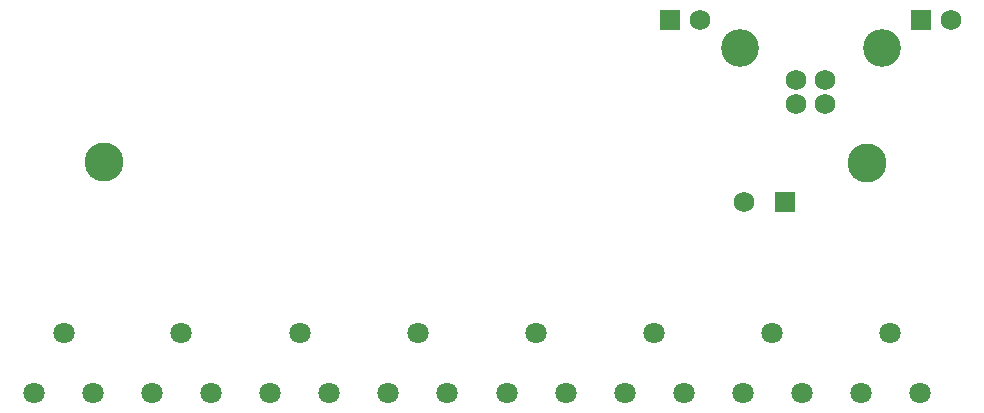
<source format=gbs>
G04 Layer_Color=16711935*
%FSLAX24Y24*%
%MOIN*%
G70*
G01*
G75*
%ADD57C,0.1261*%
%ADD58C,0.0680*%
%ADD59C,0.0710*%
%ADD60R,0.0680X0.0680*%
%ADD61C,0.1300*%
D57*
X51799Y27839D02*
D03*
X47059D02*
D03*
D58*
X49921Y26772D02*
D03*
Y25984D02*
D03*
X48937Y26772D02*
D03*
Y25984D02*
D03*
X47205Y22717D02*
D03*
X45724Y28780D02*
D03*
X54100D02*
D03*
D59*
X23543Y16358D02*
D03*
X25512D02*
D03*
X27480D02*
D03*
X29449D02*
D03*
X31417D02*
D03*
X33386D02*
D03*
X35354D02*
D03*
X37323D02*
D03*
X39291D02*
D03*
X41260D02*
D03*
X43228D02*
D03*
X45197D02*
D03*
X49134D02*
D03*
X53071D02*
D03*
X51102D02*
D03*
X52087Y18327D02*
D03*
X47165Y16358D02*
D03*
X48150Y18327D02*
D03*
X44213D02*
D03*
X40276D02*
D03*
X36339D02*
D03*
X32402D02*
D03*
X28455D02*
D03*
X24528D02*
D03*
D60*
X48583Y22717D02*
D03*
X44724Y28780D02*
D03*
X53100D02*
D03*
D61*
X25866Y24055D02*
D03*
X51299Y24016D02*
D03*
M02*

</source>
